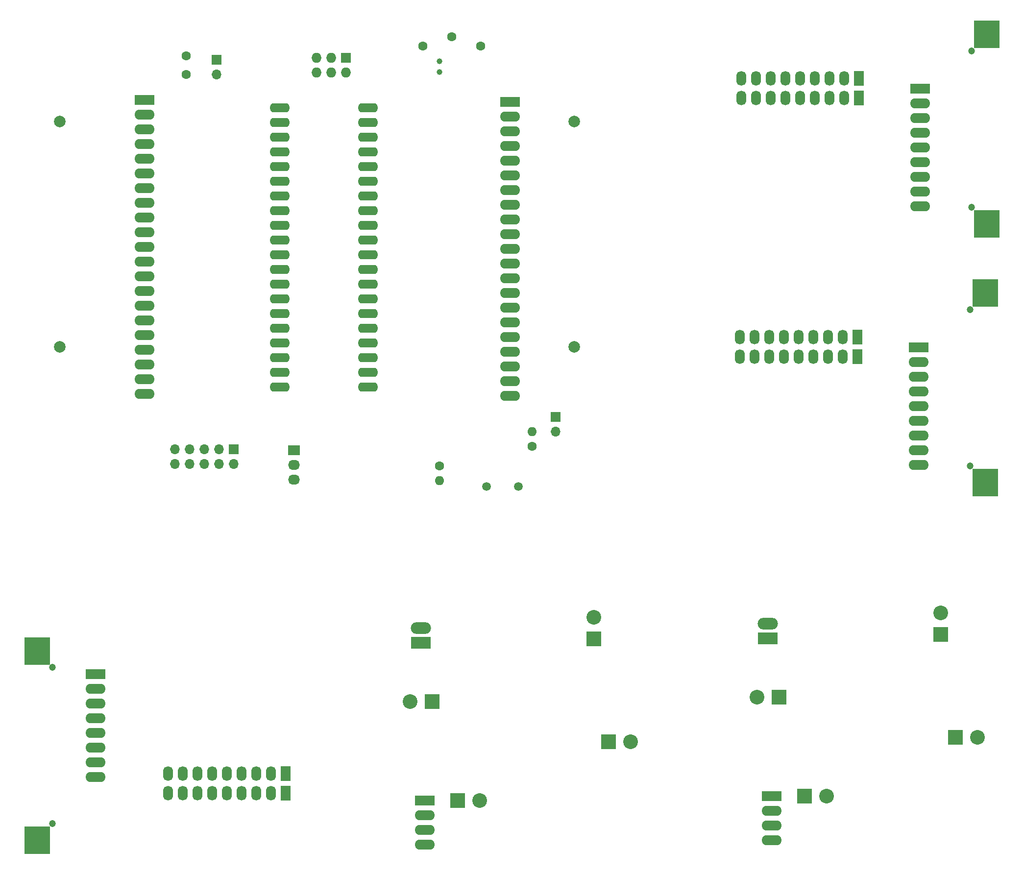
<source format=gbr>
G04 #@! TF.FileFunction,Soldermask,Bot*
%FSLAX46Y46*%
G04 Gerber Fmt 4.6, Leading zero omitted, Abs format (unit mm)*
G04 Created by KiCad (PCBNEW 4.0.6-e0-6349~53~ubuntu14.04.1) date Mon Feb  5 09:09:58 2018*
%MOMM*%
%LPD*%
G01*
G04 APERTURE LIST*
%ADD10C,0.100000*%
%ADD11C,1.600000*%
%ADD12O,1.600000X1.600000*%
%ADD13R,3.500000X1.727200*%
%ADD14O,3.500000X1.727200*%
%ADD15R,1.700000X1.700000*%
%ADD16O,1.700000X1.700000*%
%ADD17C,1.000000*%
%ADD18C,1.600200*%
%ADD19R,1.727200X1.727200*%
%ADD20O,1.727200X1.727200*%
%ADD21O,3.500000X1.600000*%
%ADD22C,2.000000*%
%ADD23R,2.032000X1.727200*%
%ADD24O,2.032000X1.727200*%
%ADD25C,1.500000*%
%ADD26C,1.200000*%
%ADD27R,4.500000X4.850000*%
%ADD28R,3.500000X1.725000*%
%ADD29O,3.500000X1.725000*%
%ADD30R,1.725000X2.540000*%
%ADD31O,1.725000X2.540000*%
%ADD32R,3.500000X2.032000*%
%ADD33O,3.500000X2.032000*%
%ADD34R,2.540000X2.540000*%
%ADD35C,2.540000*%
G04 APERTURE END LIST*
D10*
D11*
X94640400Y-99517200D03*
D12*
X94640400Y-102057200D03*
D13*
X43662600Y-36233100D03*
D14*
X43662600Y-38773100D03*
X43662600Y-41313100D03*
X43662600Y-43853100D03*
X43662600Y-46393100D03*
X43662600Y-48933100D03*
X43662600Y-51473100D03*
X43662600Y-54013100D03*
X43662600Y-56553100D03*
X43662600Y-59093100D03*
X43662600Y-61633100D03*
X43662600Y-64173100D03*
X43662600Y-66713100D03*
X43662600Y-69253100D03*
X43662600Y-71793100D03*
X43662600Y-74333100D03*
X43662600Y-76873100D03*
X43662600Y-79413100D03*
X43662600Y-81953100D03*
X43662600Y-84493100D03*
X43662600Y-87033100D03*
D15*
X56134000Y-29337000D03*
D16*
X56134000Y-31877000D03*
D15*
X114681000Y-91059000D03*
D16*
X114681000Y-93599000D03*
D17*
X94615000Y-29540200D03*
X94615000Y-31440200D03*
D11*
X110617000Y-96139000D03*
D12*
X110617000Y-93599000D03*
D18*
X50825400Y-31826200D03*
X50825400Y-28651200D03*
D19*
X78486000Y-28956000D03*
D20*
X78486000Y-31496000D03*
X75946000Y-28956000D03*
X75946000Y-31496000D03*
X73406000Y-28956000D03*
X73406000Y-31496000D03*
D21*
X67056000Y-37592000D03*
X67056000Y-40132000D03*
X67056000Y-42672000D03*
X67056000Y-45212000D03*
X67056000Y-47752000D03*
X67056000Y-50292000D03*
X67056000Y-52832000D03*
X67056000Y-55372000D03*
X67056000Y-57912000D03*
X67056000Y-60452000D03*
X67056000Y-62992000D03*
X67056000Y-65532000D03*
X67056000Y-68072000D03*
X67056000Y-70612000D03*
X67056000Y-73152000D03*
X67056000Y-75692000D03*
X67056000Y-78232000D03*
X67056000Y-80772000D03*
X67056000Y-83312000D03*
X67056000Y-85852000D03*
X82296000Y-85852000D03*
X82296000Y-83312000D03*
X82296000Y-80772000D03*
X82296000Y-78232000D03*
X82296000Y-75692000D03*
X82296000Y-73152000D03*
X82296000Y-70612000D03*
X82296000Y-68072000D03*
X82296000Y-65532000D03*
X82296000Y-62992000D03*
X82296000Y-60452000D03*
X82296000Y-57912000D03*
X82296000Y-55372000D03*
X82296000Y-52832000D03*
X82296000Y-50292000D03*
X82296000Y-47752000D03*
X82296000Y-45212000D03*
X82296000Y-42672000D03*
X82296000Y-40132000D03*
X82296000Y-37592000D03*
D22*
X117898000Y-39966000D03*
X117898000Y-78906000D03*
X29041000Y-78906000D03*
X29041000Y-39966000D03*
D13*
X106807000Y-36576000D03*
D14*
X106807000Y-39116000D03*
X106807000Y-41656000D03*
X106807000Y-44196000D03*
X106807000Y-46736000D03*
X106807000Y-49276000D03*
X106807000Y-51816000D03*
X106807000Y-54356000D03*
X106807000Y-56896000D03*
X106807000Y-59436000D03*
X106807000Y-61976000D03*
X106807000Y-64516000D03*
X106807000Y-67056000D03*
X106807000Y-69596000D03*
X106807000Y-72136000D03*
X106807000Y-74676000D03*
X106807000Y-77216000D03*
X106807000Y-79756000D03*
X106807000Y-82296000D03*
X106807000Y-84836000D03*
X106807000Y-87376000D03*
D23*
X69469000Y-96774000D03*
D24*
X69469000Y-99314000D03*
X69469000Y-101854000D03*
D15*
X59080400Y-96570800D03*
D16*
X59080400Y-99110800D03*
X56540400Y-96570800D03*
X56540400Y-99110800D03*
X54000400Y-96570800D03*
X54000400Y-99110800D03*
X51460400Y-96570800D03*
X51460400Y-99110800D03*
X48920400Y-96570800D03*
X48920400Y-99110800D03*
D11*
X96748600Y-25336600D03*
X101748600Y-26936600D03*
X91748600Y-26936600D03*
D25*
X108261600Y-103088200D03*
X102761600Y-103088200D03*
D26*
X186620000Y-27792000D03*
X186620000Y-54792000D03*
D27*
X189220000Y-24942000D03*
X189220000Y-57642000D03*
D28*
X177673000Y-34290000D03*
D29*
X177673000Y-36830000D03*
X177673000Y-39370000D03*
X177673000Y-41910000D03*
X177673000Y-44450000D03*
X177673000Y-46990000D03*
X177673000Y-49530000D03*
X177673000Y-52070000D03*
X177673000Y-54610000D03*
D30*
X167132000Y-35941000D03*
D31*
X164592000Y-35941000D03*
X162052000Y-35941000D03*
X159512000Y-35941000D03*
X156972000Y-35941000D03*
X154432000Y-35941000D03*
X151892000Y-35941000D03*
X149352000Y-35941000D03*
X146812000Y-35941000D03*
D30*
X167132000Y-32512000D03*
D31*
X164592000Y-32512000D03*
X162052000Y-32512000D03*
X159512000Y-32512000D03*
X156972000Y-32512000D03*
X154432000Y-32512000D03*
X151892000Y-32512000D03*
X149352000Y-32512000D03*
X146812000Y-32512000D03*
D26*
X186366000Y-72496000D03*
X186366000Y-99496000D03*
D27*
X188966000Y-69646000D03*
X188966000Y-102346000D03*
D28*
X177419000Y-78994000D03*
D29*
X177419000Y-81534000D03*
X177419000Y-84074000D03*
X177419000Y-86614000D03*
X177419000Y-89154000D03*
X177419000Y-91694000D03*
X177419000Y-94234000D03*
X177419000Y-96774000D03*
X177419000Y-99314000D03*
D30*
X166878000Y-80645000D03*
D31*
X164338000Y-80645000D03*
X161798000Y-80645000D03*
X159258000Y-80645000D03*
X156718000Y-80645000D03*
X154178000Y-80645000D03*
X151638000Y-80645000D03*
X149098000Y-80645000D03*
X146558000Y-80645000D03*
D30*
X166878000Y-77216000D03*
D31*
X164338000Y-77216000D03*
X161798000Y-77216000D03*
X159258000Y-77216000D03*
X156718000Y-77216000D03*
X154178000Y-77216000D03*
X151638000Y-77216000D03*
X149098000Y-77216000D03*
X146558000Y-77216000D03*
D26*
X27756000Y-161311000D03*
X27756000Y-134311000D03*
D27*
X25156000Y-164161000D03*
X25156000Y-131461000D03*
D28*
X35179000Y-135509000D03*
D29*
X35179000Y-138049000D03*
X35179000Y-140589000D03*
X35179000Y-143129000D03*
X35179000Y-145669000D03*
X35179000Y-148209000D03*
X35179000Y-150749000D03*
X35179000Y-153289000D03*
D30*
X68072000Y-152654000D03*
D31*
X65532000Y-152654000D03*
X62992000Y-152654000D03*
X60452000Y-152654000D03*
X57912000Y-152654000D03*
X55372000Y-152654000D03*
X52832000Y-152654000D03*
X50292000Y-152654000D03*
X47752000Y-152654000D03*
D30*
X68072000Y-156083000D03*
D31*
X65532000Y-156083000D03*
X62992000Y-156083000D03*
X60452000Y-156083000D03*
X57912000Y-156083000D03*
X55372000Y-156083000D03*
X52832000Y-156083000D03*
X50292000Y-156083000D03*
X47752000Y-156083000D03*
D32*
X91440000Y-130048000D03*
D33*
X91440000Y-127508000D03*
D13*
X92075000Y-157353000D03*
D14*
X92075000Y-159893000D03*
X92075000Y-162433000D03*
X92075000Y-164973000D03*
D34*
X93345000Y-140208000D03*
D35*
X89545000Y-140208000D03*
D34*
X121285000Y-129413000D03*
D35*
X121285000Y-125613000D03*
D34*
X123825000Y-147193000D03*
D35*
X127625000Y-147193000D03*
D34*
X97790000Y-157353000D03*
D35*
X101590000Y-157353000D03*
D32*
X151384000Y-129286000D03*
D33*
X151384000Y-126746000D03*
D13*
X152019000Y-156591000D03*
D14*
X152019000Y-159131000D03*
X152019000Y-161671000D03*
X152019000Y-164211000D03*
D34*
X153289000Y-139446000D03*
D35*
X149489000Y-139446000D03*
D34*
X181229000Y-128651000D03*
D35*
X181229000Y-124851000D03*
D34*
X183769000Y-146431000D03*
D35*
X187569000Y-146431000D03*
D34*
X157734000Y-156591000D03*
D35*
X161534000Y-156591000D03*
M02*

</source>
